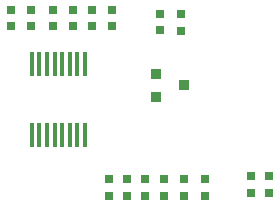
<source format=gbp>
G04 Layer_Color=128*
%FSLAX25Y25*%
%MOIN*%
G70*
G01*
G75*
%ADD19R,0.01181X0.07874*%
%ADD20R,0.01181X0.07874*%
%ADD21R,0.03000X0.03000*%
%ADD22R,0.03740X0.03543*%
%ADD23R,0.03740X0.03543*%
D19*
X-78874Y231500D02*
D03*
D20*
X-91532D02*
D03*
X-94063D02*
D03*
X-96595D02*
D03*
X-78874Y255122D02*
D03*
X-81406D02*
D03*
X-83937D02*
D03*
X-86469D02*
D03*
X-89000D02*
D03*
X-91532D02*
D03*
X-94063D02*
D03*
X-96595D02*
D03*
X-81406Y231500D02*
D03*
X-83937D02*
D03*
X-86469D02*
D03*
X-89000D02*
D03*
D21*
X-103500Y273200D02*
D03*
X-103494Y267750D02*
D03*
X-69997Y267800D02*
D03*
X-70004Y273250D02*
D03*
X-54000Y266300D02*
D03*
X-54006Y271750D02*
D03*
X-47000Y271700D02*
D03*
X-46994Y266250D02*
D03*
X-65000Y216700D02*
D03*
X-64994Y211250D02*
D03*
X-52500Y216700D02*
D03*
X-52494Y211250D02*
D03*
X-71000Y216700D02*
D03*
X-70994Y211250D02*
D03*
X-46000Y216700D02*
D03*
X-45994Y211250D02*
D03*
X-59000Y216700D02*
D03*
X-58994Y211250D02*
D03*
X-39000Y216700D02*
D03*
X-38994Y211250D02*
D03*
X-96990Y267800D02*
D03*
X-96996Y273250D02*
D03*
X-82992Y267800D02*
D03*
X-82999Y273250D02*
D03*
X-76495Y267800D02*
D03*
X-76501Y273250D02*
D03*
X-89500Y267800D02*
D03*
X-89506Y273250D02*
D03*
X-17500Y217700D02*
D03*
X-17494Y212250D02*
D03*
X-23500Y217700D02*
D03*
X-23494Y212250D02*
D03*
D22*
X-45874Y248000D02*
D03*
X-55126Y244260D02*
D03*
D23*
Y251740D02*
D03*
M02*

</source>
